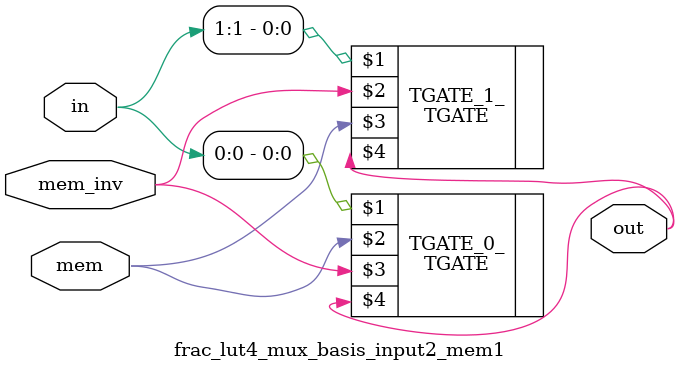
<source format=v>
module mux_2level_tapbuf_basis_input3_mem3(in,
                                           mem,
                                           mem_inv,
                                           out);
//----- INPUT PORTS -----
input [0:2] in;
//----- INPUT PORTS -----
input [0:2] mem;
//----- INPUT PORTS -----
input [0:2] mem_inv;
//----- OUTPUT PORTS -----
output [0:0] out;

//----- BEGIN Registered ports -----
//----- END Registered ports -----



// ----- BEGIN Local short connections -----
// ----- END Local short connections -----
// ----- BEGIN Local output short connections -----
// ----- END Local output short connections -----

	TGATE TGATE_0_ (
		in[0],
		mem[0],
		mem_inv[0],
		out);

	TGATE TGATE_1_ (
		in[1],
		mem[1],
		mem_inv[1],
		out);

	TGATE TGATE_2_ (
		in[2],
		mem[2],
		mem_inv[2],
		out);

endmodule
// ----- END Verilog module for mux_2level_tapbuf_basis_input3_mem3 -----




// ----- Verilog module for mux_2level_tapbuf_basis_input2_mem1 -----
module mux_2level_tapbuf_basis_input2_mem1(in,
                                           mem,
                                           mem_inv,
                                           out);
//----- INPUT PORTS -----
input [0:1] in;
//----- INPUT PORTS -----
input [0:0] mem;
//----- INPUT PORTS -----
input [0:0] mem_inv;
//----- OUTPUT PORTS -----
output [0:0] out;

//----- BEGIN Registered ports -----
//----- END Registered ports -----



// ----- BEGIN Local short connections -----
// ----- END Local short connections -----
// ----- BEGIN Local output short connections -----
// ----- END Local output short connections -----

	TGATE TGATE_0_ (
		in[0],
		mem,
		mem_inv,
		out);

	TGATE TGATE_1_ (
		in[1],
		mem_inv,
		mem,
		out);

endmodule
// ----- END Verilog module for mux_2level_tapbuf_basis_input2_mem1 -----




// ----- Verilog module for mux_2level_tapbuf_basis_input4_mem4 -----
module mux_2level_tapbuf_basis_input4_mem4(in,
                                           mem,
                                           mem_inv,
                                           out);
//----- INPUT PORTS -----
input [0:3] in;
//----- INPUT PORTS -----
input [0:3] mem;
//----- INPUT PORTS -----
input [0:3] mem_inv;
//----- OUTPUT PORTS -----
output [0:0] out;

//----- BEGIN Registered ports -----
//----- END Registered ports -----



// ----- BEGIN Local short connections -----
// ----- END Local short connections -----
// ----- BEGIN Local output short connections -----
// ----- END Local output short connections -----

	TGATE TGATE_0_ (
		in[0],
		mem[0],
		mem_inv[0],
		out);

	TGATE TGATE_1_ (
		in[1],
		mem[1],
		mem_inv[1],
		out);

	TGATE TGATE_2_ (
		in[2],
		mem[2],
		mem_inv[2],
		out);

	TGATE TGATE_3_ (
		in[3],
		mem[3],
		mem_inv[3],
		out);

endmodule
// ----- END Verilog module for mux_2level_tapbuf_basis_input4_mem4 -----




// ----- Verilog module for mux_2level_tapbuf_basis_input2_mem2 -----
module mux_2level_tapbuf_basis_input2_mem2(in,
                                           mem,
                                           mem_inv,
                                           out);
//----- INPUT PORTS -----
input [0:1] in;
//----- INPUT PORTS -----
input [0:1] mem;
//----- INPUT PORTS -----
input [0:1] mem_inv;
//----- OUTPUT PORTS -----
output [0:0] out;

//----- BEGIN Registered ports -----
//----- END Registered ports -----



// ----- BEGIN Local short connections -----
// ----- END Local short connections -----
// ----- BEGIN Local output short connections -----
// ----- END Local output short connections -----

	TGATE TGATE_0_ (
		in[0],
		mem[0],
		mem_inv[0],
		out);

	TGATE TGATE_1_ (
		in[1],
		mem[1],
		mem_inv[1],
		out);

endmodule
// ----- END Verilog module for mux_2level_tapbuf_basis_input2_mem2 -----




// ----- Verilog module for mux_2level_basis_input5_mem5 -----
module mux_2level_basis_input5_mem5(in,
                                    mem,
                                    mem_inv,
                                    out);
//----- INPUT PORTS -----
input [0:4] in;
//----- INPUT PORTS -----
input [0:4] mem;
//----- INPUT PORTS -----
input [0:4] mem_inv;
//----- OUTPUT PORTS -----
output [0:0] out;

//----- BEGIN Registered ports -----
//----- END Registered ports -----



// ----- BEGIN Local short connections -----
// ----- END Local short connections -----
// ----- BEGIN Local output short connections -----
// ----- END Local output short connections -----

	TGATE TGATE_0_ (
		in[0],
		mem[0],
		mem_inv[0],
		out);

	TGATE TGATE_1_ (
		in[1],
		mem[1],
		mem_inv[1],
		out);

	TGATE TGATE_2_ (
		in[2],
		mem[2],
		mem_inv[2],
		out);

	TGATE TGATE_3_ (
		in[3],
		mem[3],
		mem_inv[3],
		out);

	TGATE TGATE_4_ (
		in[4],
		mem[4],
		mem_inv[4],
		out);

endmodule
// ----- END Verilog module for mux_2level_basis_input5_mem5 -----




// ----- Verilog module for mux_1level_tapbuf_basis_input3_mem3 -----
module mux_1level_tapbuf_basis_input3_mem3(in,
                                           mem,
                                           mem_inv,
                                           out);
//----- INPUT PORTS -----
input [0:2] in;
//----- INPUT PORTS -----
input [0:2] mem;
//----- INPUT PORTS -----
input [0:2] mem_inv;
//----- OUTPUT PORTS -----
output [0:0] out;

//----- BEGIN Registered ports -----
//----- END Registered ports -----



// ----- BEGIN Local short connections -----
// ----- END Local short connections -----
// ----- BEGIN Local output short connections -----
// ----- END Local output short connections -----

	TGATE TGATE_0_ (
		in[0],
		mem[0],
		mem_inv[0],
		out);

	TGATE TGATE_1_ (
		in[1],
		mem[1],
		mem_inv[1],
		out);

	TGATE TGATE_2_ (
		in[2],
		mem[2],
		mem_inv[2],
		out);

endmodule
// ----- END Verilog module for mux_1level_tapbuf_basis_input3_mem3 -----




// ----- Verilog module for frac_lut4_mux_basis_input2_mem1 -----
module frac_lut4_mux_basis_input2_mem1(in,
                                       mem,
                                       mem_inv,
                                       out);
//----- INPUT PORTS -----
input [0:1] in;
//----- INPUT PORTS -----
input [0:0] mem;
//----- INPUT PORTS -----
input [0:0] mem_inv;
//----- OUTPUT PORTS -----
output [0:0] out;

//----- BEGIN Registered ports -----
//----- END Registered ports -----



// ----- BEGIN Local short connections -----
// ----- END Local short connections -----
// ----- BEGIN Local output short connections -----
// ----- END Local output short connections -----

	TGATE TGATE_0_ (
		in[0],
		mem,
		mem_inv,
		out);

	TGATE TGATE_1_ (
		in[1],
		mem_inv,
		mem,
		out);

endmodule
// ----- END Verilog module for frac_lut4_mux_basis_input2_mem1 -----





</source>
